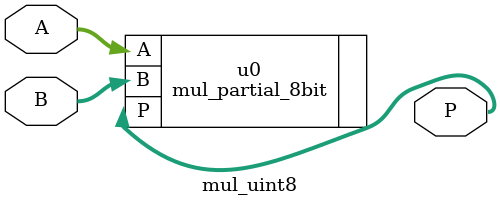
<source format=v>

module mul_uint8(
    input  [7:0] A,  // Multiplicand
    input  [7:0] B,  // Multiplier
    output [7:0] P   // Lower 4 bits of the approximate product
);
    mul_partial_8bit u0 (.A(A), .B(B), .P(P));
endmodule


</source>
